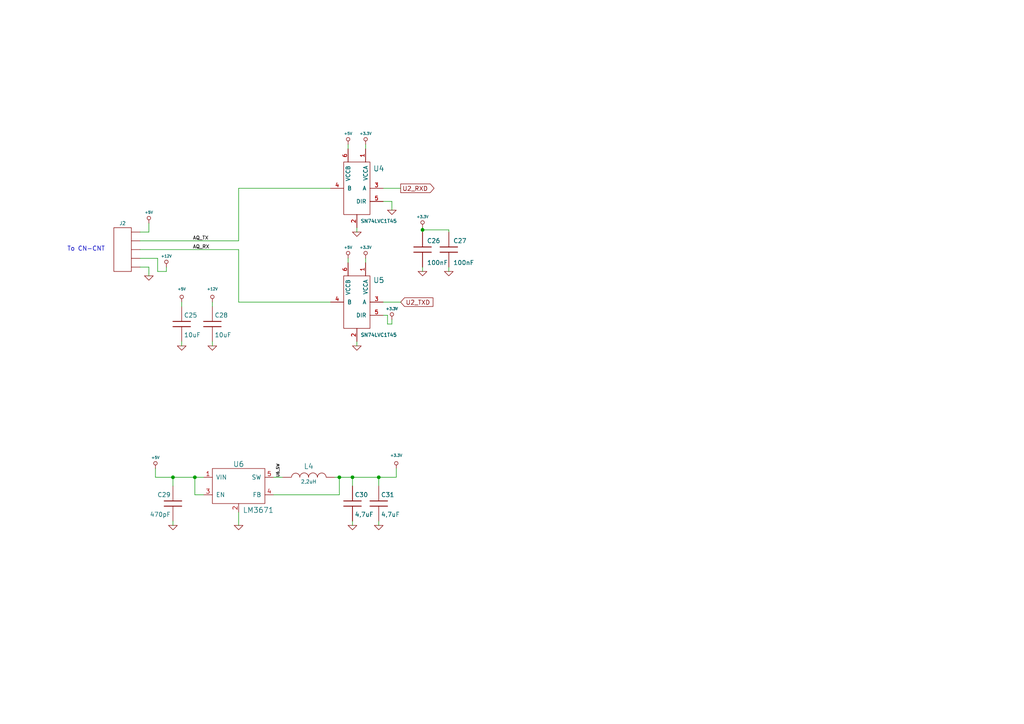
<source format=kicad_sch>
(kicad_sch (version 20211123) (generator eeschema)
  (paper "A4")
  (title_block (title "Cowmotics Panadonic Aquarea gateway") (date "2022-01-13") (rev "1") (company "Agilack") (comment 1 "Licence: CC-by-SA"))
  (lib_symbols
    (symbol "cowmotics-aquarea:+12V" (power) (pin_names (offset 0))
      (property "Value" "+12V" (at 0 2.794 0))
      (symbol "+12V_0_0"
        (pin power_in line (at 0 0 90) (length 0) hide (name "+12V") (number "1"))
      )
      (symbol "+12V_0_1"
        (polyline (pts (xy 0 0) (xy 0 1.016) (xy 0 1.016)))
        (circle (center 0 1.524) (radius 0.508))
      )
    )
    (symbol "cowmotics-aquarea:+3.3V" (power) (pin_names (offset 0))
      (property "Value" "+3.3V" (at 0 2.794 0))
      (symbol "+3.3V_0_0"
        (pin power_in line (at 0 0 90) (length 0) hide (name "+3.3V") (number "1"))
      )
      (symbol "+3.3V_0_1"
        (polyline (pts (xy 0 0) (xy 0 1.016) (xy 0 1.016)))
        (circle (center 0 1.524) (radius 0.508))
      )
    )
    (symbol "cowmotics-aquarea:+5V" (power) (pin_names (offset 0))
      (property "Value" "+5V" (at 0 2.794 0))
      (symbol "+5V_0_0"
        (pin power_in line (at 0 0 90) (length 0) hide (name "+5V") (number "1"))
      )
      (symbol "+5V_0_1"
        (polyline (pts (xy 0 0) (xy 0 1.016) (xy 0 1.016)))
        (circle (center 0 1.524) (radius 0.508))
      )
    )
    (symbol "cowmotics-aquarea:C" (pin_numbers hide) (pin_names (offset 0.254))
      (property "Reference" "C" (at 1.27 2.54 0))
      (property "Value" "C" (at 1.27 -2.54 0))
      (symbol "C_0_1"
        (polyline (pts (xy -2.54 -0.762) (xy 2.54 -0.762)) (stroke (width 0.254)))
        (polyline (pts (xy -2.54 0.762) (xy 2.54 0.762)) (stroke (width 0.254)))
      )
      (symbol "C_1_1"
        (pin passive line (at 0 5.08 270) (length 4.318) (name "~") (number "1"))
        (pin passive line (at 0 -5.08 90) (length 4.318) (name "~") (number "2"))
      )
    )
    (symbol "cowmotics-aquarea:CONN_5" (pin_numbers hide) (pin_names (offset 0.762) hide)
      (property "Reference" "P" (at 0 7.62 0))
      (symbol "CONN_5_0_1"
        (rectangle (start -2.54 6.35) (end 2.54 -6.35))
      )
      (symbol "CONN_5_1_1"
        (pin passive line (at -5.08 5.08 0) (length 2.54) (name "1") (number "1"))
        (pin passive line (at -5.08 2.54 0) (length 2.54) (name "~") (number "2"))
        (pin passive line (at -5.08 0 0) (length 2.54) (name "~") (number "3"))
        (pin passive line (at -5.08 -2.54 0) (length 2.54) (name "~") (number "4"))
        (pin passive line (at -5.08 -5.08 0) (length 2.54) (name "~") (number "5"))
      )
    )
    (symbol "cowmotics-aquarea:GND" (power) (pin_names (offset 0))
      (symbol "GND_0_1"
        (polyline (pts (xy -1.27 0) (xy 0 -1.27) (xy 1.27 0) (xy -1.27 0)))
      )
      (symbol "GND_1_1"
        (pin power_in line (at 0 0 90) (length 0) hide (name "GND") (number "1"))
      )
    )
    (symbol "cowmotics-aquarea:INDUCTOR" (pin_numbers hide) (pin_names (offset 1.016) hide)
      (property "Reference" "L" (at -1.27 0 90))
      (property "Value" "INDUCTOR" (at 2.54 0 90))
      (symbol "INDUCTOR_0_1"
        (arc (start 0.0254 -5.0546) (mid 1.245 -3.7973) (end 0.0254 -2.54))
        (arc (start 0.0254 -2.5146) (mid 1.2704 -1.2319) (end 0.0254 0.0508))
        (arc (start 0.0254 0.0254) (mid 1.2704 1.3081) (end 0.0254 2.5908))
        (arc (start 0.0254 2.5654) (mid 1.1942 3.7719) (end 0.0254 4.9784))
      )
      (symbol "INDUCTOR_1_1"
        (pin passive line (at 0 7.62 270) (length 2.54) (name "1") (number "1"))
        (pin passive line (at 0 -7.62 90) (length 2.54) (name "2") (number "2"))
      )
    )
    (symbol "cowmotics-aquarea:LM3671" (pin_names (offset 1.016))
      (property "Reference" "U" (at 0 0 0))
      (property "Value" "LM3671" (at 0 6.35 0))
      (symbol "LM3671_0_1"
        (rectangle (start -7.62 5.08) (end 7.62 -5.08))
      )
      (symbol "LM3671_1_1"
        (pin power_in line (at -10.16 2.54 0) (length 2.54) (name "VIN") (number "1"))
        (pin power_in line (at 0 -7.62 90) (length 2.54) (name "~") (number "2"))
        (pin input line (at -10.16 -2.54 0) (length 2.54) (name "EN") (number "3"))
        (pin input line (at 10.16 -2.54 180) (length 2.54) (name "FB") (number "4"))
        (pin power_out line (at 10.16 2.54 180) (length 2.54) (name "SW") (number "5"))
      )
    )
    (symbol "cowmotics-aquarea:SN74LVC1T45" (pin_names (offset 1.016))
      (property "Reference" "U" (at 2.54 -6.35 0))
      (property "Value" "SN74LVC1T45" (at 5.08 -6.35 90))
      (symbol "SN74LVC1T45_0_1"
        (rectangle (start -3.81 7.62) (end 3.81 -7.62))
      )
      (symbol "SN74LVC1T45_1_1"
        (pin power_in line (at -2.54 11.43 270) (length 3.81) (name "VCCA") (number "1"))
        (pin power_in line (at 0 -11.43 90) (length 3.81) (name "~") (number "2"))
        (pin output line (at -7.62 0 0) (length 3.81) (name "A") (number "3"))
        (pin bidirectional line (at 7.62 0 180) (length 3.81) (name "B") (number "4"))
        (pin input line (at -7.62 -3.81 0) (length 3.81) (name "DIR") (number "5"))
        (pin power_in line (at 2.54 11.43 270) (length 3.81) (name "VCCB") (number "6"))
      )
    )
  )
  (junction (at 122.555 66.675))
  (junction (at 109.855 138.43))
  (junction (at 56.515 138.43))
  (junction (at 50.165 138.43))
  (junction (at 98.425 138.43))
  (junction (at 102.235 138.43))
  (wire (pts (xy 48.26 78.74) (xy 48.26 77.47)))
  (wire (pts (xy 103.505 99.06) (xy 103.505 100.33)))
  (wire (pts (xy 79.375 143.51) (xy 98.425 143.51)))
  (wire (pts (xy 100.965 41.91) (xy 100.965 43.18)))
  (wire (pts (xy 112.395 93.98) (xy 112.395 91.44)))
  (wire (pts (xy 69.215 54.61) (xy 95.885 54.61)))
  (wire (pts (xy 50.165 138.43) (xy 50.165 140.97)))
  (wire (pts (xy 106.045 41.91) (xy 106.045 43.18)))
  (wire (pts (xy 113.665 93.98) (xy 112.395 93.98)))
  (wire (pts (xy 112.395 91.44) (xy 111.125 91.44)))
  (wire (pts (xy 69.215 69.85) (xy 69.215 54.61)))
  (wire (pts (xy 113.665 60.96) (xy 113.665 58.42)))
  (wire (pts (xy 100.965 74.93) (xy 100.965 76.2)))
  (wire (pts (xy 102.235 151.13) (xy 102.235 152.4)))
  (wire (pts (xy 43.18 77.47) (xy 43.18 80.01)))
  (wire (pts (xy 69.215 72.39) (xy 69.215 87.63)))
  (wire (pts (xy 122.555 66.675) (xy 122.555 67.31)))
  (wire (pts (xy 59.055 138.43) (xy 56.515 138.43)))
  (wire (pts (xy 59.055 143.51) (xy 56.515 143.51)))
  (wire (pts (xy 61.595 87.63) (xy 61.595 88.9)))
  (wire (pts (xy 109.855 151.13) (xy 109.855 152.4)))
  (wire (pts (xy 113.665 92.71) (xy 113.665 93.98)))
  (wire (pts (xy 40.64 69.85) (xy 69.215 69.85)))
  (wire (pts (xy 40.64 77.47) (xy 43.18 77.47)))
  (wire (pts (xy 50.165 151.13) (xy 50.165 152.4)))
  (wire (pts (xy 102.235 138.43) (xy 109.855 138.43)))
  (wire (pts (xy 43.18 67.31) (xy 40.64 67.31)))
  (wire (pts (xy 114.935 135.89) (xy 114.935 138.43)))
  (wire (pts (xy 122.555 77.47) (xy 122.555 78.74)))
  (wire (pts (xy 45.72 74.93) (xy 45.72 78.74)))
  (wire (pts (xy 102.235 138.43) (xy 102.235 140.97)))
  (wire (pts (xy 130.175 77.47) (xy 130.175 78.74)))
  (wire (pts (xy 69.215 87.63) (xy 95.885 87.63)))
  (wire (pts (xy 69.215 148.59) (xy 69.215 152.4)))
  (wire (pts (xy 45.72 78.74) (xy 48.26 78.74)))
  (wire (pts (xy 111.125 87.63) (xy 116.205 87.63)))
  (wire (pts (xy 98.425 138.43) (xy 97.155 138.43)))
  (wire (pts (xy 40.64 72.39) (xy 69.215 72.39)))
  (wire (pts (xy 98.425 138.43) (xy 102.235 138.43)))
  (wire (pts (xy 40.64 74.93) (xy 45.72 74.93)))
  (wire (pts (xy 61.595 99.06) (xy 61.595 100.33)))
  (wire (pts (xy 109.855 138.43) (xy 109.855 140.97)))
  (wire (pts (xy 106.045 74.93) (xy 106.045 76.2)))
  (wire (pts (xy 130.175 66.675) (xy 130.175 67.31)))
  (wire (pts (xy 122.555 66.675) (xy 130.175 66.675)))
  (wire (pts (xy 113.665 58.42) (xy 111.125 58.42)))
  (wire (pts (xy 43.18 64.77) (xy 43.18 67.31)))
  (wire (pts (xy 79.375 138.43) (xy 81.915 138.43)))
  (wire (pts (xy 50.165 138.43) (xy 45.085 138.43)))
  (wire (pts (xy 111.125 54.61) (xy 116.205 54.61)))
  (wire (pts (xy 109.855 138.43) (xy 114.935 138.43)))
  (wire (pts (xy 52.705 87.63) (xy 52.705 88.9)))
  (wire (pts (xy 56.515 138.43) (xy 56.515 143.51)))
  (wire (pts (xy 56.515 138.43) (xy 50.165 138.43)))
  (wire (pts (xy 122.555 66.04) (xy 122.555 66.675)))
  (wire (pts (xy 52.705 99.06) (xy 52.705 100.33)))
  (wire (pts (xy 103.505 66.04) (xy 103.505 67.31)))
  (wire (pts (xy 98.425 143.51) (xy 98.425 138.43)))
  (wire (pts (xy 45.085 135.89) (xy 45.085 138.43)))
  (text "To CN-CNT" (at 30.48 73.025 180) (effects (font (size 1.27 1.27)) (justify right bottom)))
  (label "AQ_RX" (at 55.88 72.39 0) (effects (font (size 1.016 1.016))))
  (label "U6_SW" (at 81.28 138.43 90) (effects (font (size 0.8 0.8))))
  (label "AQ_TX" (at 55.88 69.85 0) (effects (font (size 1.016 1.016))))
  (global_label "U2_RXD" (shape output) (at 116.205 54.61 0) (property "Intersheet References" "${INTERSHEET_REFS}" (effects hide)))
  (global_label "U2_TXD" (shape input) (at 116.205 87.63 0) (property "Intersheet References" "${INTERSHEET_REFS}" (effects hide)))
  (symbol (lib_id "cowmotics-aquarea:GND") (at 109.855 152.4 0) (unit 1)
    (property "Reference" "#PWR0177" (effects hide))
    (property "Value" "GND" (effects hide))
  )
  (symbol (lib_id "cowmotics-aquarea:+12V") (at 61.595 87.63 0) (unit 1)
    (property "Reference" "#PWR0172" (effects hide))
    (property "Value" "+12V" (at 61.595 83.82 0) (effects (font (size 0.762 0.762))))
  )
  (symbol (lib_id "cowmotics-aquarea:GND") (at 130.175 78.74 0) (unit 1)
    (property "Reference" "#PWR0169" (effects hide))
    (property "Value" "GND" (effects hide))
  )
  (symbol (lib_id "cowmotics-aquarea:+3.3V") (at 122.555 66.04 0) (unit 1)
    (property "Reference" "#PWR0170" (effects hide))
    (property "Value" "+3.3V" (at 122.555 62.865 0) (effects (font (size 0.762 0.762))))
  )
  (symbol (lib_id "cowmotics-aquarea:GND") (at 50.165 152.4 0) (unit 1)
    (property "Reference" "#PWR0175" (effects hide))
    (property "Value" "GND" (effects hide))
  )
  (symbol (lib_id "cowmotics-aquarea:C") (at 122.555 72.39 0) (unit 1)
    (property "Reference" "C26" (at 123.825 69.85 0) (effects (justify left)))
    (property "Value" "100nF" (at 123.825 76.2 0) (effects (justify left)))
    (property "Footprint" "cowmotics-aquarea:SMD0603" (effects hide))
  )
  (symbol (lib_id "cowmotics-aquarea:GND") (at 102.235 152.4 0) (unit 1)
    (property "Reference" "#PWR0176" (effects hide))
    (property "Value" "GND" (effects hide))
  )
  (symbol (lib_id "cowmotics-aquarea:+5V") (at 45.085 135.89 0) (unit 1)
    (property "Reference" "#PWR0174" (effects hide))
    (property "Value" "+5V" (at 45.085 132.715 0) (effects (font (size 0.762 0.762))))
  )
  (symbol (lib_id "cowmotics-aquarea:+3.3V") (at 114.935 135.89 0) (unit 1)
    (property "Reference" "#PWR0178" (effects hide))
    (property "Value" "+3.3V" (at 114.935 132.08 0) (effects (font (size 0.762 0.762))))
  )
  (symbol (lib_id "cowmotics-aquarea:+12V") (at 48.26 77.47 0) (unit 1)
    (property "Reference" "#PWR0160" (effects hide))
    (property "Value" "+12V" (at 48.26 74.295 0) (effects (font (size 0.762 0.762))))
  )
  (symbol (lib_id "cowmotics-aquarea:SN74LVC1T45") (at 103.505 87.63 0) (mirror y) (unit 1)
    (property "Reference" "U5" (at 109.855 81.28 0) (effects (font (size 1.524 1.524))))
    (property "Value" "SN74LVC1T45" (at 109.855 97.155 0) (effects (font (size 1.016 1.016))))
    (property "Footprint" "cowmotics-aquarea:SOT23-6" (effects hide))
  )
  (symbol (lib_id "cowmotics-aquarea:GND") (at 113.665 60.96 0) (unit 1)
    (property "Reference" "#PWR0163" (effects hide))
    (property "Value" "GND" (effects hide))
  )
  (symbol (lib_id "cowmotics-aquarea:C") (at 52.705 93.98 0) (unit 1)
    (property "Reference" "C25" (at 53.34 91.44 0) (effects (justify left)))
    (property "Value" "10uF" (at 53.34 97.155 0) (effects (justify left)))
    (property "Footprint" "cowmotics-aquarea:SMD1210" (effects hide))
  )
  (symbol (lib_id "cowmotics-aquarea:SN74LVC1T45") (at 103.505 54.61 0) (mirror y) (unit 1)
    (property "Reference" "U4" (at 109.855 48.895 0) (effects (font (size 1.524 1.524))))
    (property "Value" "SN74LVC1T45" (at 109.855 64.135 0) (effects (font (size 1.016 1.016))))
    (property "Footprint" "cowmotics-aquarea:SOT23-6" (effects hide))
  )
  (symbol (lib_id "cowmotics-aquarea:GND") (at 52.705 100.33 0) (unit 1)
    (property "Reference" "#PWR0167" (effects hide))
    (property "Value" "GND" (effects hide))
  )
  (symbol (lib_id "cowmotics-aquarea:GND") (at 69.215 152.4 0) (unit 1)
    (property "Reference" "#PWR0173" (effects hide))
    (property "Value" "GND" (effects hide))
  )
  (symbol (lib_id "cowmotics-aquarea:GND") (at 103.505 100.33 0) (unit 1)
    (property "Reference" "#PWR0164" (effects hide))
    (property "Value" "GND" (effects hide))
  )
  (symbol (lib_id "cowmotics-aquarea:C") (at 61.595 93.98 0) (unit 1)
    (property "Reference" "C28" (at 62.23 91.44 0) (effects (justify left)))
    (property "Value" "10uF" (at 62.23 97.155 0) (effects (justify left)))
    (property "Footprint" "cowmotics-aquarea:SMD1210" (effects hide))
  )
  (symbol (lib_id "cowmotics-aquarea:GND") (at 61.595 100.33 0) (unit 1)
    (property "Reference" "#PWR0171" (effects hide))
    (property "Value" "GND" (effects hide))
  )
  (symbol (lib_id "cowmotics-aquarea:INDUCTOR") (at 89.535 138.43 90) (unit 1)
    (property "Reference" "L4" (at 89.535 135.255 90) (effects (font (size 1.524 1.524))))
    (property "Value" "2,2uH" (at 89.535 139.7 90) (effects (font (size 1.016 1.016))))
    (property "Footprint" "cowmotics-aquarea:I_CDRH2D14" (effects hide))
  )
  (symbol (lib_id "cowmotics-aquarea:+3.3V") (at 106.045 41.91 0) (unit 1)
    (property "Reference" "#PWR0157" (effects hide))
    (property "Value" "+3.3V" (at 106.045 38.735 0) (effects (font (size 0.762 0.762))))
  )
  (symbol (lib_id "cowmotics-aquarea:+3.3V") (at 113.665 92.71 0) (unit 1)
    (property "Reference" "#PWR0165" (effects hide))
    (property "Value" "+3.3V" (at 113.665 89.535 0) (effects (font (size 0.762 0.762))))
  )
  (symbol (lib_id "cowmotics-aquarea:C") (at 130.175 72.39 0) (unit 1)
    (property "Reference" "C27" (at 131.445 69.85 0) (effects (justify left)))
    (property "Value" "100nF" (at 131.445 76.2 0) (effects (justify left)))
    (property "Footprint" "cowmotics-aquarea:SMD0603" (effects hide))
  )
  (symbol (lib_id "cowmotics-aquarea:CONN_5") (at 35.56 72.39 0) (mirror y) (unit 1)
    (property "Reference" "J2" (at 35.56 64.77 0) (effects (font (size 1.016 1.016))))
    (property "Value" "CONN_5" (effects hide))
    (property "Footprint" "cowmotics-aquarea:CONN_691243310005" (effects hide))
  )
  (symbol (lib_id "cowmotics-aquarea:+5V") (at 52.705 87.63 0) (unit 1)
    (property "Reference" "#PWR0166" (effects hide))
    (property "Value" "+5V" (at 52.705 83.82 0) (effects (font (size 0.762 0.762))))
  )
  (symbol (lib_id "cowmotics-aquarea:+5V") (at 100.965 41.91 0) (unit 1)
    (property "Reference" "#PWR0155" (effects hide))
    (property "Value" "+5V" (at 100.965 38.735 0) (effects (font (size 0.762 0.762))))
  )
  (symbol (lib_id "cowmotics-aquarea:+5V") (at 100.965 74.93 0) (unit 1)
    (property "Reference" "#PWR0161" (effects hide))
    (property "Value" "+5V" (at 100.965 71.755 0) (effects (font (size 0.762 0.762))))
  )
  (symbol (lib_id "cowmotics-aquarea:C") (at 102.235 146.05 0) (unit 1)
    (property "Reference" "C30" (at 102.87 143.51 0) (effects (justify left)))
    (property "Value" "4,7uF" (at 102.87 149.225 0) (effects (justify left)))
    (property "Footprint" "cowmotics-aquarea:SMD0603" (effects hide))
  )
  (symbol (lib_id "cowmotics-aquarea:+3.3V") (at 106.045 74.93 0) (unit 1)
    (property "Reference" "#PWR0162" (effects hide))
    (property "Value" "+3.3V" (at 106.045 71.755 0) (effects (font (size 0.762 0.762))))
  )
  (symbol (lib_id "cowmotics-aquarea:GND") (at 122.555 78.74 0) (unit 1)
    (property "Reference" "#PWR0168" (effects hide))
    (property "Value" "GND" (effects hide))
  )
  (symbol (lib_id "cowmotics-aquarea:GND") (at 43.18 80.01 0) (unit 1)
    (property "Reference" "#PWR0159" (effects hide))
    (property "Value" "GND" (effects hide))
  )
  (symbol (lib_id "cowmotics-aquarea:GND") (at 103.505 67.31 0) (unit 1)
    (property "Reference" "#PWR0156" (effects hide))
    (property "Value" "GND" (effects hide))
  )
  (symbol (lib_id "cowmotics-aquarea:C") (at 50.165 146.05 0) (unit 1)
    (property "Reference" "C29" (at 49.53 143.51 0) (effects (justify right)))
    (property "Value" "470pF" (at 49.53 149.225 0) (effects (justify right)))
    (property "Footprint" "cowmotics-aquarea:SMD0603" (effects hide))
  )
  (symbol (lib_id "cowmotics-aquarea:+5V") (at 43.18 64.77 0) (unit 1)
    (property "Reference" "#PWR0158" (effects hide))
    (property "Value" "+5V" (at 43.18 61.595 0) (effects (font (size 0.762 0.762))))
  )
  (symbol (lib_id "cowmotics-aquarea:LM3671") (at 69.215 140.97 0) (unit 1)
    (property "Reference" "U6" (at 69.215 134.62 0) (effects (font (size 1.524 1.524))))
    (property "Value" "LM3671" (at 74.93 147.955 0) (effects (font (size 1.524 1.524))))
    (property "Footprint" "cowmotics-aquarea:SOT23-5" (effects hide))
  )
  (symbol (lib_id "cowmotics-aquarea:C") (at 109.855 146.05 0) (unit 1)
    (property "Reference" "C31" (at 110.49 143.51 0) (effects (justify left)))
    (property "Value" "4,7uF" (at 110.49 149.225 0) (effects (justify left)))
    (property "Footprint" "cowmotics-aquarea:SMD0603" (effects hide))
  )
)
</source>
